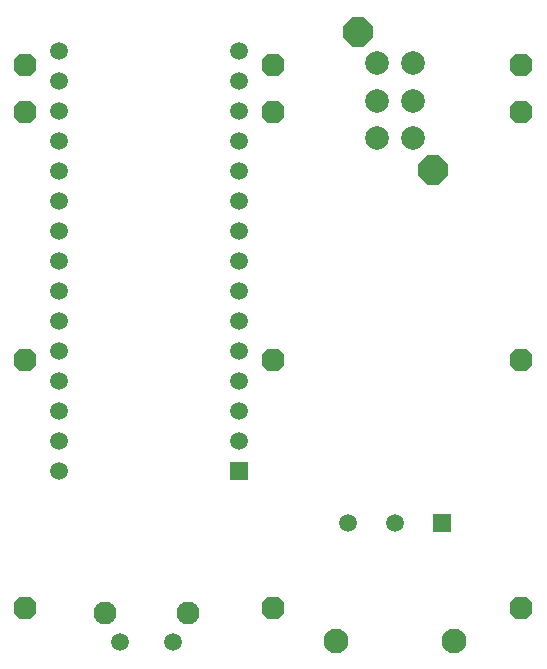
<source format=gbr>
G04 EAGLE Gerber RS-274X export*
G75*
%MOMM*%
%FSLAX34Y34*%
%LPD*%
%INTop Copper*%
%IPPOS*%
%AMOC8*
5,1,8,0,0,1.08239X$1,22.5*%
G01*
%ADD10P,2.089446X8X22.500000*%
%ADD11R,1.508000X1.508000*%
%ADD12C,1.508000*%
%ADD13C,2.100000*%
%ADD14P,2.705975X8X112.500000*%
%ADD15C,2.000000*%
%ADD16C,1.950000*%


D10*
X77000Y509000D03*
X77000Y49000D03*
X287000Y49000D03*
X497000Y49000D03*
X287000Y509000D03*
X497000Y509000D03*
X77000Y469000D03*
X287000Y469000D03*
X497000Y469000D03*
X77000Y259000D03*
X287000Y259000D03*
X497000Y259000D03*
D11*
X429800Y121600D03*
D12*
X389800Y121600D03*
X349800Y121600D03*
D13*
X439800Y21600D03*
X339800Y21600D03*
D14*
X422000Y420300D03*
X359000Y537300D03*
D15*
X375000Y478800D03*
X405000Y478800D03*
X375000Y510800D03*
X375000Y446800D03*
X405000Y446800D03*
X405000Y510800D03*
D12*
X201900Y20200D03*
X156900Y20200D03*
D16*
X214400Y45200D03*
X144400Y45200D03*
D11*
X258200Y165200D03*
D12*
X258200Y190600D03*
X258200Y216000D03*
X258200Y241400D03*
X258200Y266800D03*
X258200Y292200D03*
X258200Y317600D03*
X258200Y343000D03*
X258200Y368400D03*
X258200Y393800D03*
X258200Y419200D03*
X258200Y444600D03*
X105800Y165200D03*
X105800Y190600D03*
X105800Y216000D03*
X105800Y241400D03*
X105800Y266800D03*
X105800Y292200D03*
X105800Y343000D03*
X105800Y368400D03*
X105800Y419200D03*
X105800Y444600D03*
X105800Y393800D03*
X105800Y317600D03*
X258200Y470000D03*
X258200Y495400D03*
X258200Y520800D03*
X105800Y470000D03*
X105800Y495400D03*
X105800Y520800D03*
M02*

</source>
